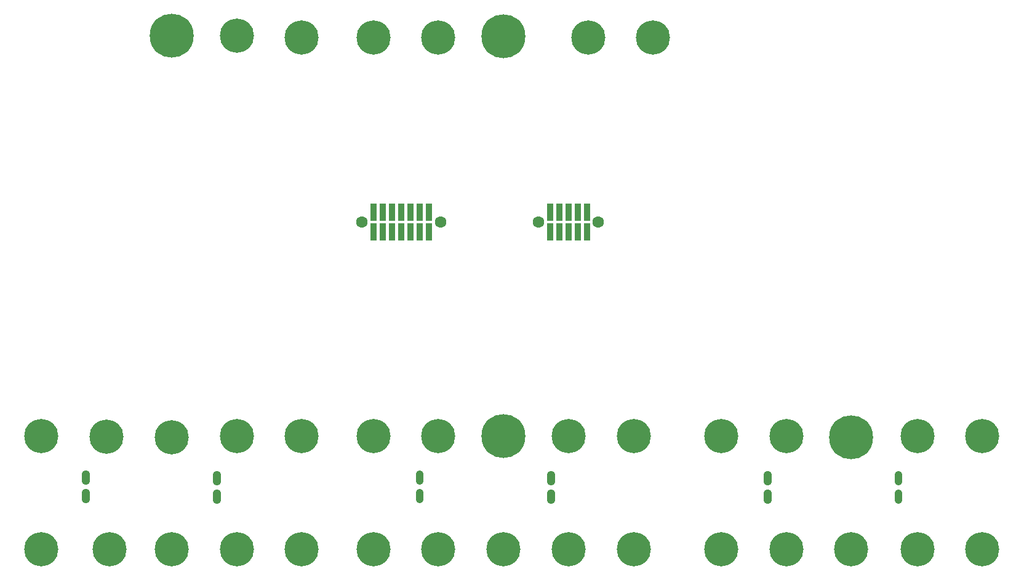
<source format=gbr>
G04 EAGLE Gerber RS-274X export*
G75*
%MOMM*%
%FSLAX34Y34*%
%LPD*%
%INSoldermask Top*%
%IPPOS*%
%AMOC8*
5,1,8,0,0,1.08239X$1,22.5*%
G01*
%ADD10C,4.703200*%
%ADD11C,0.961134*%
%ADD12C,6.045200*%
%ADD13C,1.603200*%
%ADD14R,0.943200X2.423200*%


D10*
X35000Y236000D03*
X124000Y234500D03*
X214000Y234100D03*
X303540Y236000D03*
X393000Y236000D03*
X491500Y236000D03*
X581040Y236000D03*
X760037Y236000D03*
X850000Y236000D03*
X970270Y236000D03*
X1060000Y236000D03*
X1240000Y236000D03*
X1329500Y236000D03*
X304000Y786700D03*
X393000Y784500D03*
X491500Y784500D03*
X581040Y784500D03*
X787000Y784500D03*
X876600Y784500D03*
X35000Y80000D03*
X128500Y80000D03*
X214000Y80000D03*
X303540Y80000D03*
X393000Y80000D03*
X491500Y80000D03*
X581040Y80000D03*
X670600Y80000D03*
X760000Y80000D03*
X850000Y80000D03*
X970270Y80000D03*
X1060000Y80000D03*
X1149300Y80000D03*
X1240000Y80000D03*
X1329500Y80000D03*
D11*
X1214414Y147749D02*
X1214414Y157951D01*
X1214414Y147749D02*
X1212848Y147749D01*
X1212848Y157951D01*
X1214414Y157951D01*
X1214414Y156879D02*
X1212848Y156879D01*
X1212848Y173149D02*
X1212848Y183351D01*
X1214414Y183351D01*
X1214414Y173149D01*
X1212848Y173149D01*
X1212848Y182279D02*
X1214414Y182279D01*
X1034414Y157951D02*
X1034414Y147749D01*
X1032848Y147749D01*
X1032848Y157951D01*
X1034414Y157951D01*
X1034414Y156879D02*
X1032848Y156879D01*
X1032848Y173149D02*
X1032848Y183351D01*
X1034414Y183351D01*
X1034414Y173149D01*
X1032848Y173149D01*
X1032848Y182279D02*
X1034414Y182279D01*
X736672Y157951D02*
X736672Y147749D01*
X735106Y147749D01*
X735106Y157951D01*
X736672Y157951D01*
X736672Y156879D02*
X735106Y156879D01*
X735106Y173149D02*
X735106Y183351D01*
X736672Y183351D01*
X736672Y173149D01*
X735106Y173149D01*
X735106Y182279D02*
X736672Y182279D01*
X555672Y158951D02*
X555672Y148749D01*
X554106Y148749D01*
X554106Y158951D01*
X555672Y158951D01*
X555672Y157879D02*
X554106Y157879D01*
X554106Y174149D02*
X554106Y184351D01*
X555672Y184351D01*
X555672Y174149D01*
X554106Y174149D01*
X554106Y183279D02*
X555672Y183279D01*
X276672Y157951D02*
X276672Y147749D01*
X275106Y147749D01*
X275106Y157951D01*
X276672Y157951D01*
X276672Y156879D02*
X275106Y156879D01*
X275106Y173149D02*
X275106Y183351D01*
X276672Y183351D01*
X276672Y173149D01*
X275106Y173149D01*
X275106Y182279D02*
X276672Y182279D01*
X96672Y158451D02*
X96672Y148249D01*
X95106Y148249D01*
X95106Y158451D01*
X96672Y158451D01*
X96672Y157379D02*
X95106Y157379D01*
X95106Y173649D02*
X95106Y183851D01*
X96672Y183851D01*
X96672Y173649D01*
X95106Y173649D01*
X95106Y182779D02*
X96672Y182779D01*
D12*
X670600Y786000D03*
X214000Y786700D03*
X1149300Y234000D03*
X670600Y236000D03*
D13*
X584000Y530000D03*
X476000Y530000D03*
D14*
X568100Y516350D03*
X555400Y516350D03*
X542700Y516350D03*
X530000Y516350D03*
X517300Y516350D03*
X504600Y516350D03*
X491900Y516350D03*
X568100Y543650D03*
X555400Y543650D03*
X542700Y543650D03*
X530000Y543650D03*
X517300Y543650D03*
X504600Y543650D03*
X491900Y543650D03*
D13*
X718700Y530000D03*
X801300Y530000D03*
D14*
X734600Y543650D03*
X747300Y543650D03*
X760000Y543650D03*
X772700Y543650D03*
X785400Y543650D03*
X734600Y516350D03*
X747300Y516350D03*
X760000Y516350D03*
X772700Y516350D03*
X785400Y516350D03*
M02*

</source>
